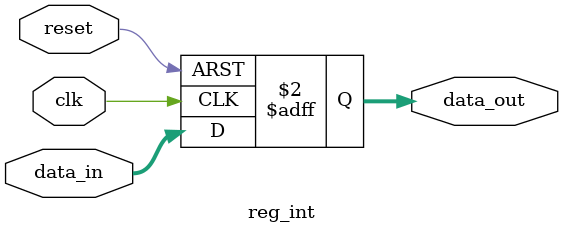
<source format=v>
module reg_int (
clk,
reset,
data_in,
data_out
);
parameter DATA_WIDTH = 32 ;

input clk;
input reset;
input [DATA_WIDTH-1:0] data_in;
output reg [DATA_WIDTH-1:0] data_out ;


always @(posedge clk or posedge reset) begin
	if (reset) data_out <= 32'b0;
	else if (clk) begin
		data_out <= data_in;
	end
end
endmodule
</source>
